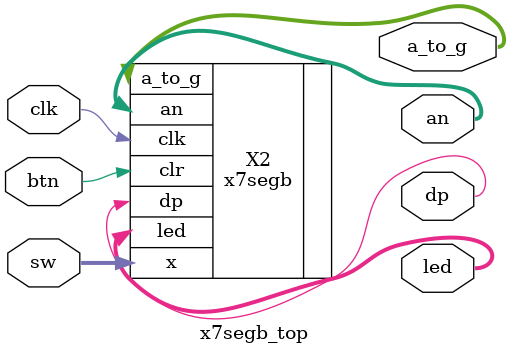
<source format=v>
module x7segb_top(
  input wire clk,
  input wire btn,
  input wire [15:0] sw,
  output wire [6:0] a_to_g,
  output wire [3:0] an,
  output wire [15:0] led,
  output wire dp
);
  x7segb X2(.x(sw),
            .clk(clk),
			.clr(btn),
			.a_to_g(a_to_g),
			.an(an),
      .led(led),
			.dp(dp)
  );
endmodule
</source>
